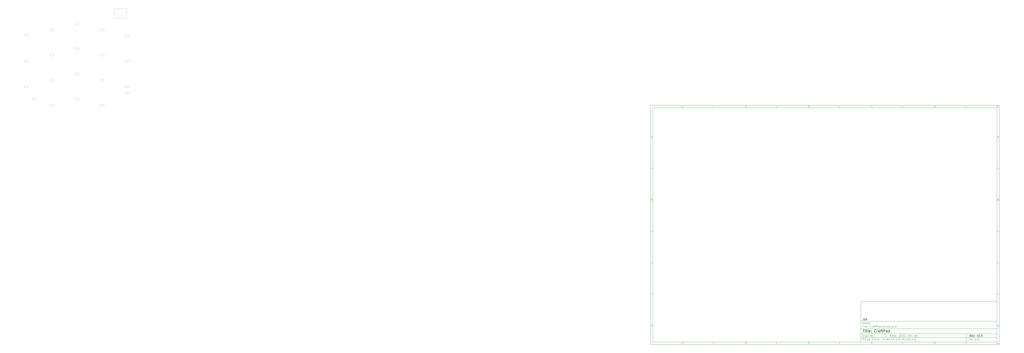
<source format=gbr>
%TF.GenerationSoftware,KiCad,Pcbnew,(5.1.9-0-10_14)*%
%TF.CreationDate,2021-04-06T08:54:49+08:00*%
%TF.ProjectId,CraftPad,43726166-7450-4616-942e-6b696361645f,v0.5*%
%TF.SameCoordinates,Original*%
%TF.FileFunction,Other,User*%
%FSLAX46Y46*%
G04 Gerber Fmt 4.6, Leading zero omitted, Abs format (unit mm)*
G04 Created by KiCad (PCBNEW (5.1.9-0-10_14)) date 2021-04-06 08:54:49*
%MOMM*%
%LPD*%
G01*
G04 APERTURE LIST*
%ADD10C,0.100000*%
%ADD11C,0.150000*%
%ADD12C,0.300000*%
%ADD13C,0.400000*%
%ADD14C,0.050000*%
G04 APERTURE END LIST*
D10*
D11*
X177002200Y-166007200D02*
X177002200Y-198007200D01*
X285002200Y-198007200D01*
X285002200Y-166007200D01*
X177002200Y-166007200D01*
D10*
D11*
X10000000Y-10000000D02*
X10000000Y-200007200D01*
X287002200Y-200007200D01*
X287002200Y-10000000D01*
X10000000Y-10000000D01*
D10*
D11*
X12000000Y-12000000D02*
X12000000Y-198007200D01*
X285002200Y-198007200D01*
X285002200Y-12000000D01*
X12000000Y-12000000D01*
D10*
D11*
X60000000Y-12000000D02*
X60000000Y-10000000D01*
D10*
D11*
X110000000Y-12000000D02*
X110000000Y-10000000D01*
D10*
D11*
X160000000Y-12000000D02*
X160000000Y-10000000D01*
D10*
D11*
X210000000Y-12000000D02*
X210000000Y-10000000D01*
D10*
D11*
X260000000Y-12000000D02*
X260000000Y-10000000D01*
D10*
D11*
X36065476Y-11588095D02*
X35322619Y-11588095D01*
X35694047Y-11588095D02*
X35694047Y-10288095D01*
X35570238Y-10473809D01*
X35446428Y-10597619D01*
X35322619Y-10659523D01*
D10*
D11*
X85322619Y-10411904D02*
X85384523Y-10350000D01*
X85508333Y-10288095D01*
X85817857Y-10288095D01*
X85941666Y-10350000D01*
X86003571Y-10411904D01*
X86065476Y-10535714D01*
X86065476Y-10659523D01*
X86003571Y-10845238D01*
X85260714Y-11588095D01*
X86065476Y-11588095D01*
D10*
D11*
X135260714Y-10288095D02*
X136065476Y-10288095D01*
X135632142Y-10783333D01*
X135817857Y-10783333D01*
X135941666Y-10845238D01*
X136003571Y-10907142D01*
X136065476Y-11030952D01*
X136065476Y-11340476D01*
X136003571Y-11464285D01*
X135941666Y-11526190D01*
X135817857Y-11588095D01*
X135446428Y-11588095D01*
X135322619Y-11526190D01*
X135260714Y-11464285D01*
D10*
D11*
X185941666Y-10721428D02*
X185941666Y-11588095D01*
X185632142Y-10226190D02*
X185322619Y-11154761D01*
X186127380Y-11154761D01*
D10*
D11*
X236003571Y-10288095D02*
X235384523Y-10288095D01*
X235322619Y-10907142D01*
X235384523Y-10845238D01*
X235508333Y-10783333D01*
X235817857Y-10783333D01*
X235941666Y-10845238D01*
X236003571Y-10907142D01*
X236065476Y-11030952D01*
X236065476Y-11340476D01*
X236003571Y-11464285D01*
X235941666Y-11526190D01*
X235817857Y-11588095D01*
X235508333Y-11588095D01*
X235384523Y-11526190D01*
X235322619Y-11464285D01*
D10*
D11*
X285941666Y-10288095D02*
X285694047Y-10288095D01*
X285570238Y-10350000D01*
X285508333Y-10411904D01*
X285384523Y-10597619D01*
X285322619Y-10845238D01*
X285322619Y-11340476D01*
X285384523Y-11464285D01*
X285446428Y-11526190D01*
X285570238Y-11588095D01*
X285817857Y-11588095D01*
X285941666Y-11526190D01*
X286003571Y-11464285D01*
X286065476Y-11340476D01*
X286065476Y-11030952D01*
X286003571Y-10907142D01*
X285941666Y-10845238D01*
X285817857Y-10783333D01*
X285570238Y-10783333D01*
X285446428Y-10845238D01*
X285384523Y-10907142D01*
X285322619Y-11030952D01*
D10*
D11*
X60000000Y-198007200D02*
X60000000Y-200007200D01*
D10*
D11*
X110000000Y-198007200D02*
X110000000Y-200007200D01*
D10*
D11*
X160000000Y-198007200D02*
X160000000Y-200007200D01*
D10*
D11*
X210000000Y-198007200D02*
X210000000Y-200007200D01*
D10*
D11*
X260000000Y-198007200D02*
X260000000Y-200007200D01*
D10*
D11*
X36065476Y-199595295D02*
X35322619Y-199595295D01*
X35694047Y-199595295D02*
X35694047Y-198295295D01*
X35570238Y-198481009D01*
X35446428Y-198604819D01*
X35322619Y-198666723D01*
D10*
D11*
X85322619Y-198419104D02*
X85384523Y-198357200D01*
X85508333Y-198295295D01*
X85817857Y-198295295D01*
X85941666Y-198357200D01*
X86003571Y-198419104D01*
X86065476Y-198542914D01*
X86065476Y-198666723D01*
X86003571Y-198852438D01*
X85260714Y-199595295D01*
X86065476Y-199595295D01*
D10*
D11*
X135260714Y-198295295D02*
X136065476Y-198295295D01*
X135632142Y-198790533D01*
X135817857Y-198790533D01*
X135941666Y-198852438D01*
X136003571Y-198914342D01*
X136065476Y-199038152D01*
X136065476Y-199347676D01*
X136003571Y-199471485D01*
X135941666Y-199533390D01*
X135817857Y-199595295D01*
X135446428Y-199595295D01*
X135322619Y-199533390D01*
X135260714Y-199471485D01*
D10*
D11*
X185941666Y-198728628D02*
X185941666Y-199595295D01*
X185632142Y-198233390D02*
X185322619Y-199161961D01*
X186127380Y-199161961D01*
D10*
D11*
X236003571Y-198295295D02*
X235384523Y-198295295D01*
X235322619Y-198914342D01*
X235384523Y-198852438D01*
X235508333Y-198790533D01*
X235817857Y-198790533D01*
X235941666Y-198852438D01*
X236003571Y-198914342D01*
X236065476Y-199038152D01*
X236065476Y-199347676D01*
X236003571Y-199471485D01*
X235941666Y-199533390D01*
X235817857Y-199595295D01*
X235508333Y-199595295D01*
X235384523Y-199533390D01*
X235322619Y-199471485D01*
D10*
D11*
X285941666Y-198295295D02*
X285694047Y-198295295D01*
X285570238Y-198357200D01*
X285508333Y-198419104D01*
X285384523Y-198604819D01*
X285322619Y-198852438D01*
X285322619Y-199347676D01*
X285384523Y-199471485D01*
X285446428Y-199533390D01*
X285570238Y-199595295D01*
X285817857Y-199595295D01*
X285941666Y-199533390D01*
X286003571Y-199471485D01*
X286065476Y-199347676D01*
X286065476Y-199038152D01*
X286003571Y-198914342D01*
X285941666Y-198852438D01*
X285817857Y-198790533D01*
X285570238Y-198790533D01*
X285446428Y-198852438D01*
X285384523Y-198914342D01*
X285322619Y-199038152D01*
D10*
D11*
X10000000Y-60000000D02*
X12000000Y-60000000D01*
D10*
D11*
X10000000Y-110000000D02*
X12000000Y-110000000D01*
D10*
D11*
X10000000Y-160000000D02*
X12000000Y-160000000D01*
D10*
D11*
X10690476Y-35216666D02*
X11309523Y-35216666D01*
X10566666Y-35588095D02*
X11000000Y-34288095D01*
X11433333Y-35588095D01*
D10*
D11*
X11092857Y-84907142D02*
X11278571Y-84969047D01*
X11340476Y-85030952D01*
X11402380Y-85154761D01*
X11402380Y-85340476D01*
X11340476Y-85464285D01*
X11278571Y-85526190D01*
X11154761Y-85588095D01*
X10659523Y-85588095D01*
X10659523Y-84288095D01*
X11092857Y-84288095D01*
X11216666Y-84350000D01*
X11278571Y-84411904D01*
X11340476Y-84535714D01*
X11340476Y-84659523D01*
X11278571Y-84783333D01*
X11216666Y-84845238D01*
X11092857Y-84907142D01*
X10659523Y-84907142D01*
D10*
D11*
X11402380Y-135464285D02*
X11340476Y-135526190D01*
X11154761Y-135588095D01*
X11030952Y-135588095D01*
X10845238Y-135526190D01*
X10721428Y-135402380D01*
X10659523Y-135278571D01*
X10597619Y-135030952D01*
X10597619Y-134845238D01*
X10659523Y-134597619D01*
X10721428Y-134473809D01*
X10845238Y-134350000D01*
X11030952Y-134288095D01*
X11154761Y-134288095D01*
X11340476Y-134350000D01*
X11402380Y-134411904D01*
D10*
D11*
X10659523Y-185588095D02*
X10659523Y-184288095D01*
X10969047Y-184288095D01*
X11154761Y-184350000D01*
X11278571Y-184473809D01*
X11340476Y-184597619D01*
X11402380Y-184845238D01*
X11402380Y-185030952D01*
X11340476Y-185278571D01*
X11278571Y-185402380D01*
X11154761Y-185526190D01*
X10969047Y-185588095D01*
X10659523Y-185588095D01*
D10*
D11*
X287002200Y-60000000D02*
X285002200Y-60000000D01*
D10*
D11*
X287002200Y-110000000D02*
X285002200Y-110000000D01*
D10*
D11*
X287002200Y-160000000D02*
X285002200Y-160000000D01*
D10*
D11*
X285692676Y-35216666D02*
X286311723Y-35216666D01*
X285568866Y-35588095D02*
X286002200Y-34288095D01*
X286435533Y-35588095D01*
D10*
D11*
X286095057Y-84907142D02*
X286280771Y-84969047D01*
X286342676Y-85030952D01*
X286404580Y-85154761D01*
X286404580Y-85340476D01*
X286342676Y-85464285D01*
X286280771Y-85526190D01*
X286156961Y-85588095D01*
X285661723Y-85588095D01*
X285661723Y-84288095D01*
X286095057Y-84288095D01*
X286218866Y-84350000D01*
X286280771Y-84411904D01*
X286342676Y-84535714D01*
X286342676Y-84659523D01*
X286280771Y-84783333D01*
X286218866Y-84845238D01*
X286095057Y-84907142D01*
X285661723Y-84907142D01*
D10*
D11*
X286404580Y-135464285D02*
X286342676Y-135526190D01*
X286156961Y-135588095D01*
X286033152Y-135588095D01*
X285847438Y-135526190D01*
X285723628Y-135402380D01*
X285661723Y-135278571D01*
X285599819Y-135030952D01*
X285599819Y-134845238D01*
X285661723Y-134597619D01*
X285723628Y-134473809D01*
X285847438Y-134350000D01*
X286033152Y-134288095D01*
X286156961Y-134288095D01*
X286342676Y-134350000D01*
X286404580Y-134411904D01*
D10*
D11*
X285661723Y-185588095D02*
X285661723Y-184288095D01*
X285971247Y-184288095D01*
X286156961Y-184350000D01*
X286280771Y-184473809D01*
X286342676Y-184597619D01*
X286404580Y-184845238D01*
X286404580Y-185030952D01*
X286342676Y-185278571D01*
X286280771Y-185402380D01*
X286156961Y-185526190D01*
X285971247Y-185588095D01*
X285661723Y-185588095D01*
D10*
D11*
X200434342Y-193785771D02*
X200434342Y-192285771D01*
X200791485Y-192285771D01*
X201005771Y-192357200D01*
X201148628Y-192500057D01*
X201220057Y-192642914D01*
X201291485Y-192928628D01*
X201291485Y-193142914D01*
X201220057Y-193428628D01*
X201148628Y-193571485D01*
X201005771Y-193714342D01*
X200791485Y-193785771D01*
X200434342Y-193785771D01*
X202577200Y-193785771D02*
X202577200Y-193000057D01*
X202505771Y-192857200D01*
X202362914Y-192785771D01*
X202077200Y-192785771D01*
X201934342Y-192857200D01*
X202577200Y-193714342D02*
X202434342Y-193785771D01*
X202077200Y-193785771D01*
X201934342Y-193714342D01*
X201862914Y-193571485D01*
X201862914Y-193428628D01*
X201934342Y-193285771D01*
X202077200Y-193214342D01*
X202434342Y-193214342D01*
X202577200Y-193142914D01*
X203077200Y-192785771D02*
X203648628Y-192785771D01*
X203291485Y-192285771D02*
X203291485Y-193571485D01*
X203362914Y-193714342D01*
X203505771Y-193785771D01*
X203648628Y-193785771D01*
X204720057Y-193714342D02*
X204577200Y-193785771D01*
X204291485Y-193785771D01*
X204148628Y-193714342D01*
X204077200Y-193571485D01*
X204077200Y-193000057D01*
X204148628Y-192857200D01*
X204291485Y-192785771D01*
X204577200Y-192785771D01*
X204720057Y-192857200D01*
X204791485Y-193000057D01*
X204791485Y-193142914D01*
X204077200Y-193285771D01*
X205434342Y-193642914D02*
X205505771Y-193714342D01*
X205434342Y-193785771D01*
X205362914Y-193714342D01*
X205434342Y-193642914D01*
X205434342Y-193785771D01*
X205434342Y-192857200D02*
X205505771Y-192928628D01*
X205434342Y-193000057D01*
X205362914Y-192928628D01*
X205434342Y-192857200D01*
X205434342Y-193000057D01*
X207220057Y-192428628D02*
X207291485Y-192357200D01*
X207434342Y-192285771D01*
X207791485Y-192285771D01*
X207934342Y-192357200D01*
X208005771Y-192428628D01*
X208077200Y-192571485D01*
X208077200Y-192714342D01*
X208005771Y-192928628D01*
X207148628Y-193785771D01*
X208077200Y-193785771D01*
X209005771Y-192285771D02*
X209148628Y-192285771D01*
X209291485Y-192357200D01*
X209362914Y-192428628D01*
X209434342Y-192571485D01*
X209505771Y-192857200D01*
X209505771Y-193214342D01*
X209434342Y-193500057D01*
X209362914Y-193642914D01*
X209291485Y-193714342D01*
X209148628Y-193785771D01*
X209005771Y-193785771D01*
X208862914Y-193714342D01*
X208791485Y-193642914D01*
X208720057Y-193500057D01*
X208648628Y-193214342D01*
X208648628Y-192857200D01*
X208720057Y-192571485D01*
X208791485Y-192428628D01*
X208862914Y-192357200D01*
X209005771Y-192285771D01*
X210077200Y-192428628D02*
X210148628Y-192357200D01*
X210291485Y-192285771D01*
X210648628Y-192285771D01*
X210791485Y-192357200D01*
X210862914Y-192428628D01*
X210934342Y-192571485D01*
X210934342Y-192714342D01*
X210862914Y-192928628D01*
X210005771Y-193785771D01*
X210934342Y-193785771D01*
X212362914Y-193785771D02*
X211505771Y-193785771D01*
X211934342Y-193785771D02*
X211934342Y-192285771D01*
X211791485Y-192500057D01*
X211648628Y-192642914D01*
X211505771Y-192714342D01*
X213005771Y-193214342D02*
X214148628Y-193214342D01*
X215148628Y-192285771D02*
X215291485Y-192285771D01*
X215434342Y-192357200D01*
X215505771Y-192428628D01*
X215577200Y-192571485D01*
X215648628Y-192857200D01*
X215648628Y-193214342D01*
X215577200Y-193500057D01*
X215505771Y-193642914D01*
X215434342Y-193714342D01*
X215291485Y-193785771D01*
X215148628Y-193785771D01*
X215005771Y-193714342D01*
X214934342Y-193642914D01*
X214862914Y-193500057D01*
X214791485Y-193214342D01*
X214791485Y-192857200D01*
X214862914Y-192571485D01*
X214934342Y-192428628D01*
X215005771Y-192357200D01*
X215148628Y-192285771D01*
X216934342Y-192785771D02*
X216934342Y-193785771D01*
X216577200Y-192214342D02*
X216220057Y-193285771D01*
X217148628Y-193285771D01*
X217720057Y-193214342D02*
X218862914Y-193214342D01*
X219862914Y-192285771D02*
X220005771Y-192285771D01*
X220148628Y-192357200D01*
X220220057Y-192428628D01*
X220291485Y-192571485D01*
X220362914Y-192857200D01*
X220362914Y-193214342D01*
X220291485Y-193500057D01*
X220220057Y-193642914D01*
X220148628Y-193714342D01*
X220005771Y-193785771D01*
X219862914Y-193785771D01*
X219720057Y-193714342D01*
X219648628Y-193642914D01*
X219577200Y-193500057D01*
X219505771Y-193214342D01*
X219505771Y-192857200D01*
X219577200Y-192571485D01*
X219648628Y-192428628D01*
X219720057Y-192357200D01*
X219862914Y-192285771D01*
X221648628Y-192285771D02*
X221362914Y-192285771D01*
X221220057Y-192357200D01*
X221148628Y-192428628D01*
X221005771Y-192642914D01*
X220934342Y-192928628D01*
X220934342Y-193500057D01*
X221005771Y-193642914D01*
X221077200Y-193714342D01*
X221220057Y-193785771D01*
X221505771Y-193785771D01*
X221648628Y-193714342D01*
X221720057Y-193642914D01*
X221791485Y-193500057D01*
X221791485Y-193142914D01*
X221720057Y-193000057D01*
X221648628Y-192928628D01*
X221505771Y-192857200D01*
X221220057Y-192857200D01*
X221077200Y-192928628D01*
X221005771Y-193000057D01*
X220934342Y-193142914D01*
D10*
D11*
X177002200Y-194507200D02*
X285002200Y-194507200D01*
D10*
D11*
X178434342Y-196585771D02*
X178434342Y-195085771D01*
X179291485Y-196585771D02*
X178648628Y-195728628D01*
X179291485Y-195085771D02*
X178434342Y-195942914D01*
X179934342Y-196585771D02*
X179934342Y-195585771D01*
X179934342Y-195085771D02*
X179862914Y-195157200D01*
X179934342Y-195228628D01*
X180005771Y-195157200D01*
X179934342Y-195085771D01*
X179934342Y-195228628D01*
X181505771Y-196442914D02*
X181434342Y-196514342D01*
X181220057Y-196585771D01*
X181077200Y-196585771D01*
X180862914Y-196514342D01*
X180720057Y-196371485D01*
X180648628Y-196228628D01*
X180577200Y-195942914D01*
X180577200Y-195728628D01*
X180648628Y-195442914D01*
X180720057Y-195300057D01*
X180862914Y-195157200D01*
X181077200Y-195085771D01*
X181220057Y-195085771D01*
X181434342Y-195157200D01*
X181505771Y-195228628D01*
X182791485Y-196585771D02*
X182791485Y-195800057D01*
X182720057Y-195657200D01*
X182577200Y-195585771D01*
X182291485Y-195585771D01*
X182148628Y-195657200D01*
X182791485Y-196514342D02*
X182648628Y-196585771D01*
X182291485Y-196585771D01*
X182148628Y-196514342D01*
X182077200Y-196371485D01*
X182077200Y-196228628D01*
X182148628Y-196085771D01*
X182291485Y-196014342D01*
X182648628Y-196014342D01*
X182791485Y-195942914D01*
X184148628Y-196585771D02*
X184148628Y-195085771D01*
X184148628Y-196514342D02*
X184005771Y-196585771D01*
X183720057Y-196585771D01*
X183577200Y-196514342D01*
X183505771Y-196442914D01*
X183434342Y-196300057D01*
X183434342Y-195871485D01*
X183505771Y-195728628D01*
X183577200Y-195657200D01*
X183720057Y-195585771D01*
X184005771Y-195585771D01*
X184148628Y-195657200D01*
X186005771Y-195800057D02*
X186505771Y-195800057D01*
X186720057Y-196585771D02*
X186005771Y-196585771D01*
X186005771Y-195085771D01*
X186720057Y-195085771D01*
X187362914Y-196442914D02*
X187434342Y-196514342D01*
X187362914Y-196585771D01*
X187291485Y-196514342D01*
X187362914Y-196442914D01*
X187362914Y-196585771D01*
X188077200Y-196585771D02*
X188077200Y-195085771D01*
X188434342Y-195085771D01*
X188648628Y-195157200D01*
X188791485Y-195300057D01*
X188862914Y-195442914D01*
X188934342Y-195728628D01*
X188934342Y-195942914D01*
X188862914Y-196228628D01*
X188791485Y-196371485D01*
X188648628Y-196514342D01*
X188434342Y-196585771D01*
X188077200Y-196585771D01*
X189577200Y-196442914D02*
X189648628Y-196514342D01*
X189577200Y-196585771D01*
X189505771Y-196514342D01*
X189577200Y-196442914D01*
X189577200Y-196585771D01*
X190220057Y-196157200D02*
X190934342Y-196157200D01*
X190077200Y-196585771D02*
X190577200Y-195085771D01*
X191077200Y-196585771D01*
X191577200Y-196442914D02*
X191648628Y-196514342D01*
X191577200Y-196585771D01*
X191505771Y-196514342D01*
X191577200Y-196442914D01*
X191577200Y-196585771D01*
X194577200Y-196585771D02*
X194577200Y-195085771D01*
X194720057Y-196014342D02*
X195148628Y-196585771D01*
X195148628Y-195585771D02*
X194577200Y-196157200D01*
X195791485Y-196585771D02*
X195791485Y-195585771D01*
X195791485Y-195085771D02*
X195720057Y-195157200D01*
X195791485Y-195228628D01*
X195862914Y-195157200D01*
X195791485Y-195085771D01*
X195791485Y-195228628D01*
X197148628Y-196514342D02*
X197005771Y-196585771D01*
X196720057Y-196585771D01*
X196577200Y-196514342D01*
X196505771Y-196442914D01*
X196434342Y-196300057D01*
X196434342Y-195871485D01*
X196505771Y-195728628D01*
X196577200Y-195657200D01*
X196720057Y-195585771D01*
X197005771Y-195585771D01*
X197148628Y-195657200D01*
X198434342Y-196585771D02*
X198434342Y-195800057D01*
X198362914Y-195657200D01*
X198220057Y-195585771D01*
X197934342Y-195585771D01*
X197791485Y-195657200D01*
X198434342Y-196514342D02*
X198291485Y-196585771D01*
X197934342Y-196585771D01*
X197791485Y-196514342D01*
X197720057Y-196371485D01*
X197720057Y-196228628D01*
X197791485Y-196085771D01*
X197934342Y-196014342D01*
X198291485Y-196014342D01*
X198434342Y-195942914D01*
X199791485Y-196585771D02*
X199791485Y-195085771D01*
X199791485Y-196514342D02*
X199648628Y-196585771D01*
X199362914Y-196585771D01*
X199220057Y-196514342D01*
X199148628Y-196442914D01*
X199077200Y-196300057D01*
X199077200Y-195871485D01*
X199148628Y-195728628D01*
X199220057Y-195657200D01*
X199362914Y-195585771D01*
X199648628Y-195585771D01*
X199791485Y-195657200D01*
X202077200Y-197157200D02*
X202005771Y-197085771D01*
X201862914Y-196871485D01*
X201791485Y-196728628D01*
X201720057Y-196514342D01*
X201648628Y-196157200D01*
X201648628Y-195871485D01*
X201720057Y-195514342D01*
X201791485Y-195300057D01*
X201862914Y-195157200D01*
X202005771Y-194942914D01*
X202077200Y-194871485D01*
X203362914Y-195085771D02*
X202648628Y-195085771D01*
X202577200Y-195800057D01*
X202648628Y-195728628D01*
X202791485Y-195657200D01*
X203148628Y-195657200D01*
X203291485Y-195728628D01*
X203362914Y-195800057D01*
X203434342Y-195942914D01*
X203434342Y-196300057D01*
X203362914Y-196442914D01*
X203291485Y-196514342D01*
X203148628Y-196585771D01*
X202791485Y-196585771D01*
X202648628Y-196514342D01*
X202577200Y-196442914D01*
X204077200Y-196442914D02*
X204148628Y-196514342D01*
X204077200Y-196585771D01*
X204005771Y-196514342D01*
X204077200Y-196442914D01*
X204077200Y-196585771D01*
X205577200Y-196585771D02*
X204720057Y-196585771D01*
X205148628Y-196585771D02*
X205148628Y-195085771D01*
X205005771Y-195300057D01*
X204862914Y-195442914D01*
X204720057Y-195514342D01*
X206220057Y-196442914D02*
X206291485Y-196514342D01*
X206220057Y-196585771D01*
X206148628Y-196514342D01*
X206220057Y-196442914D01*
X206220057Y-196585771D01*
X207005771Y-196585771D02*
X207291485Y-196585771D01*
X207434342Y-196514342D01*
X207505771Y-196442914D01*
X207648628Y-196228628D01*
X207720057Y-195942914D01*
X207720057Y-195371485D01*
X207648628Y-195228628D01*
X207577200Y-195157200D01*
X207434342Y-195085771D01*
X207148628Y-195085771D01*
X207005771Y-195157200D01*
X206934342Y-195228628D01*
X206862914Y-195371485D01*
X206862914Y-195728628D01*
X206934342Y-195871485D01*
X207005771Y-195942914D01*
X207148628Y-196014342D01*
X207434342Y-196014342D01*
X207577200Y-195942914D01*
X207648628Y-195871485D01*
X207720057Y-195728628D01*
X208362914Y-196014342D02*
X209505771Y-196014342D01*
X210505771Y-195085771D02*
X210648628Y-195085771D01*
X210791485Y-195157200D01*
X210862914Y-195228628D01*
X210934342Y-195371485D01*
X211005771Y-195657200D01*
X211005771Y-196014342D01*
X210934342Y-196300057D01*
X210862914Y-196442914D01*
X210791485Y-196514342D01*
X210648628Y-196585771D01*
X210505771Y-196585771D01*
X210362914Y-196514342D01*
X210291485Y-196442914D01*
X210220057Y-196300057D01*
X210148628Y-196014342D01*
X210148628Y-195657200D01*
X210220057Y-195371485D01*
X210291485Y-195228628D01*
X210362914Y-195157200D01*
X210505771Y-195085771D01*
X211648628Y-196014342D02*
X212791485Y-196014342D01*
X214291485Y-196585771D02*
X213434342Y-196585771D01*
X213862914Y-196585771D02*
X213862914Y-195085771D01*
X213720057Y-195300057D01*
X213577200Y-195442914D01*
X213434342Y-195514342D01*
X215220057Y-195085771D02*
X215362914Y-195085771D01*
X215505771Y-195157200D01*
X215577200Y-195228628D01*
X215648628Y-195371485D01*
X215720057Y-195657200D01*
X215720057Y-196014342D01*
X215648628Y-196300057D01*
X215577200Y-196442914D01*
X215505771Y-196514342D01*
X215362914Y-196585771D01*
X215220057Y-196585771D01*
X215077200Y-196514342D01*
X215005771Y-196442914D01*
X214934342Y-196300057D01*
X214862914Y-196014342D01*
X214862914Y-195657200D01*
X214934342Y-195371485D01*
X215005771Y-195228628D01*
X215077200Y-195157200D01*
X215220057Y-195085771D01*
X216005771Y-196728628D02*
X217148628Y-196728628D01*
X218291485Y-196585771D02*
X217434342Y-196585771D01*
X217862914Y-196585771D02*
X217862914Y-195085771D01*
X217720057Y-195300057D01*
X217577200Y-195442914D01*
X217434342Y-195514342D01*
X219577200Y-195585771D02*
X219577200Y-196585771D01*
X219220057Y-195014342D02*
X218862914Y-196085771D01*
X219791485Y-196085771D01*
X220220057Y-197157200D02*
X220291485Y-197085771D01*
X220434342Y-196871485D01*
X220505771Y-196728628D01*
X220577200Y-196514342D01*
X220648628Y-196157200D01*
X220648628Y-195871485D01*
X220577200Y-195514342D01*
X220505771Y-195300057D01*
X220434342Y-195157200D01*
X220291485Y-194942914D01*
X220220057Y-194871485D01*
D10*
D11*
X177002200Y-191507200D02*
X285002200Y-191507200D01*
D10*
D12*
X264411485Y-193785771D02*
X263911485Y-193071485D01*
X263554342Y-193785771D02*
X263554342Y-192285771D01*
X264125771Y-192285771D01*
X264268628Y-192357200D01*
X264340057Y-192428628D01*
X264411485Y-192571485D01*
X264411485Y-192785771D01*
X264340057Y-192928628D01*
X264268628Y-193000057D01*
X264125771Y-193071485D01*
X263554342Y-193071485D01*
X265625771Y-193714342D02*
X265482914Y-193785771D01*
X265197200Y-193785771D01*
X265054342Y-193714342D01*
X264982914Y-193571485D01*
X264982914Y-193000057D01*
X265054342Y-192857200D01*
X265197200Y-192785771D01*
X265482914Y-192785771D01*
X265625771Y-192857200D01*
X265697200Y-193000057D01*
X265697200Y-193142914D01*
X264982914Y-193285771D01*
X266197200Y-192785771D02*
X266554342Y-193785771D01*
X266911485Y-192785771D01*
X267482914Y-193642914D02*
X267554342Y-193714342D01*
X267482914Y-193785771D01*
X267411485Y-193714342D01*
X267482914Y-193642914D01*
X267482914Y-193785771D01*
X267482914Y-192857200D02*
X267554342Y-192928628D01*
X267482914Y-193000057D01*
X267411485Y-192928628D01*
X267482914Y-192857200D01*
X267482914Y-193000057D01*
X269197200Y-192785771D02*
X269554342Y-193785771D01*
X269911485Y-192785771D01*
X270768628Y-192285771D02*
X270911485Y-192285771D01*
X271054342Y-192357200D01*
X271125771Y-192428628D01*
X271197200Y-192571485D01*
X271268628Y-192857200D01*
X271268628Y-193214342D01*
X271197200Y-193500057D01*
X271125771Y-193642914D01*
X271054342Y-193714342D01*
X270911485Y-193785771D01*
X270768628Y-193785771D01*
X270625771Y-193714342D01*
X270554342Y-193642914D01*
X270482914Y-193500057D01*
X270411485Y-193214342D01*
X270411485Y-192857200D01*
X270482914Y-192571485D01*
X270554342Y-192428628D01*
X270625771Y-192357200D01*
X270768628Y-192285771D01*
X271911485Y-193642914D02*
X271982914Y-193714342D01*
X271911485Y-193785771D01*
X271840057Y-193714342D01*
X271911485Y-193642914D01*
X271911485Y-193785771D01*
X273340057Y-192285771D02*
X272625771Y-192285771D01*
X272554342Y-193000057D01*
X272625771Y-192928628D01*
X272768628Y-192857200D01*
X273125771Y-192857200D01*
X273268628Y-192928628D01*
X273340057Y-193000057D01*
X273411485Y-193142914D01*
X273411485Y-193500057D01*
X273340057Y-193642914D01*
X273268628Y-193714342D01*
X273125771Y-193785771D01*
X272768628Y-193785771D01*
X272625771Y-193714342D01*
X272554342Y-193642914D01*
D10*
D11*
X178362914Y-193714342D02*
X178577200Y-193785771D01*
X178934342Y-193785771D01*
X179077200Y-193714342D01*
X179148628Y-193642914D01*
X179220057Y-193500057D01*
X179220057Y-193357200D01*
X179148628Y-193214342D01*
X179077200Y-193142914D01*
X178934342Y-193071485D01*
X178648628Y-193000057D01*
X178505771Y-192928628D01*
X178434342Y-192857200D01*
X178362914Y-192714342D01*
X178362914Y-192571485D01*
X178434342Y-192428628D01*
X178505771Y-192357200D01*
X178648628Y-192285771D01*
X179005771Y-192285771D01*
X179220057Y-192357200D01*
X179862914Y-193785771D02*
X179862914Y-192785771D01*
X179862914Y-192285771D02*
X179791485Y-192357200D01*
X179862914Y-192428628D01*
X179934342Y-192357200D01*
X179862914Y-192285771D01*
X179862914Y-192428628D01*
X180434342Y-192785771D02*
X181220057Y-192785771D01*
X180434342Y-193785771D01*
X181220057Y-193785771D01*
X182362914Y-193714342D02*
X182220057Y-193785771D01*
X181934342Y-193785771D01*
X181791485Y-193714342D01*
X181720057Y-193571485D01*
X181720057Y-193000057D01*
X181791485Y-192857200D01*
X181934342Y-192785771D01*
X182220057Y-192785771D01*
X182362914Y-192857200D01*
X182434342Y-193000057D01*
X182434342Y-193142914D01*
X181720057Y-193285771D01*
X183077200Y-193642914D02*
X183148628Y-193714342D01*
X183077200Y-193785771D01*
X183005771Y-193714342D01*
X183077200Y-193642914D01*
X183077200Y-193785771D01*
X183077200Y-192857200D02*
X183148628Y-192928628D01*
X183077200Y-193000057D01*
X183005771Y-192928628D01*
X183077200Y-192857200D01*
X183077200Y-193000057D01*
X184862914Y-193357200D02*
X185577200Y-193357200D01*
X184720057Y-193785771D02*
X185220057Y-192285771D01*
X185720057Y-193785771D01*
X186862914Y-192785771D02*
X186862914Y-193785771D01*
X186505771Y-192214342D02*
X186148628Y-193285771D01*
X187077200Y-193285771D01*
D10*
D11*
X263434342Y-196585771D02*
X263434342Y-195085771D01*
X264791485Y-196585771D02*
X264791485Y-195085771D01*
X264791485Y-196514342D02*
X264648628Y-196585771D01*
X264362914Y-196585771D01*
X264220057Y-196514342D01*
X264148628Y-196442914D01*
X264077200Y-196300057D01*
X264077200Y-195871485D01*
X264148628Y-195728628D01*
X264220057Y-195657200D01*
X264362914Y-195585771D01*
X264648628Y-195585771D01*
X264791485Y-195657200D01*
X265505771Y-196442914D02*
X265577200Y-196514342D01*
X265505771Y-196585771D01*
X265434342Y-196514342D01*
X265505771Y-196442914D01*
X265505771Y-196585771D01*
X265505771Y-195657200D02*
X265577200Y-195728628D01*
X265505771Y-195800057D01*
X265434342Y-195728628D01*
X265505771Y-195657200D01*
X265505771Y-195800057D01*
X268148628Y-196585771D02*
X267291485Y-196585771D01*
X267720057Y-196585771D02*
X267720057Y-195085771D01*
X267577200Y-195300057D01*
X267434342Y-195442914D01*
X267291485Y-195514342D01*
X269862914Y-195014342D02*
X268577200Y-196942914D01*
X271148628Y-196585771D02*
X270291485Y-196585771D01*
X270720057Y-196585771D02*
X270720057Y-195085771D01*
X270577200Y-195300057D01*
X270434342Y-195442914D01*
X270291485Y-195514342D01*
D10*
D11*
X177002200Y-187507200D02*
X285002200Y-187507200D01*
D10*
D13*
X178714580Y-188211961D02*
X179857438Y-188211961D01*
X179036009Y-190211961D02*
X179286009Y-188211961D01*
X180274104Y-190211961D02*
X180440771Y-188878628D01*
X180524104Y-188211961D02*
X180416961Y-188307200D01*
X180500295Y-188402438D01*
X180607438Y-188307200D01*
X180524104Y-188211961D01*
X180500295Y-188402438D01*
X181107438Y-188878628D02*
X181869342Y-188878628D01*
X181476485Y-188211961D02*
X181262200Y-189926247D01*
X181333628Y-190116723D01*
X181512200Y-190211961D01*
X181702676Y-190211961D01*
X182655057Y-190211961D02*
X182476485Y-190116723D01*
X182405057Y-189926247D01*
X182619342Y-188211961D01*
X184190771Y-190116723D02*
X183988390Y-190211961D01*
X183607438Y-190211961D01*
X183428866Y-190116723D01*
X183357438Y-189926247D01*
X183452676Y-189164342D01*
X183571723Y-188973866D01*
X183774104Y-188878628D01*
X184155057Y-188878628D01*
X184333628Y-188973866D01*
X184405057Y-189164342D01*
X184381247Y-189354819D01*
X183405057Y-189545295D01*
X185155057Y-190021485D02*
X185238390Y-190116723D01*
X185131247Y-190211961D01*
X185047914Y-190116723D01*
X185155057Y-190021485D01*
X185131247Y-190211961D01*
X185286009Y-188973866D02*
X185369342Y-189069104D01*
X185262200Y-189164342D01*
X185178866Y-189069104D01*
X185286009Y-188973866D01*
X185262200Y-189164342D01*
X188774104Y-190021485D02*
X188666961Y-190116723D01*
X188369342Y-190211961D01*
X188178866Y-190211961D01*
X187905057Y-190116723D01*
X187738390Y-189926247D01*
X187666961Y-189735771D01*
X187619342Y-189354819D01*
X187655057Y-189069104D01*
X187797914Y-188688152D01*
X187916961Y-188497676D01*
X188131247Y-188307200D01*
X188428866Y-188211961D01*
X188619342Y-188211961D01*
X188893152Y-188307200D01*
X188976485Y-188402438D01*
X189607438Y-190211961D02*
X189774104Y-188878628D01*
X189726485Y-189259580D02*
X189845533Y-189069104D01*
X189952676Y-188973866D01*
X190155057Y-188878628D01*
X190345533Y-188878628D01*
X191702676Y-190211961D02*
X191833628Y-189164342D01*
X191762200Y-188973866D01*
X191583628Y-188878628D01*
X191202676Y-188878628D01*
X191000295Y-188973866D01*
X191714580Y-190116723D02*
X191512200Y-190211961D01*
X191036009Y-190211961D01*
X190857438Y-190116723D01*
X190786009Y-189926247D01*
X190809819Y-189735771D01*
X190928866Y-189545295D01*
X191131247Y-189450057D01*
X191607438Y-189450057D01*
X191809819Y-189354819D01*
X192536009Y-188878628D02*
X193297914Y-188878628D01*
X192655057Y-190211961D02*
X192869342Y-188497676D01*
X192988390Y-188307200D01*
X193190771Y-188211961D01*
X193381247Y-188211961D01*
X193678866Y-188878628D02*
X194440771Y-188878628D01*
X194047914Y-188211961D02*
X193833628Y-189926247D01*
X193905057Y-190116723D01*
X194083628Y-190211961D01*
X194274104Y-190211961D01*
X194940771Y-190211961D02*
X195190771Y-188211961D01*
X195952676Y-188211961D01*
X196131247Y-188307200D01*
X196214580Y-188402438D01*
X196286009Y-188592914D01*
X196250295Y-188878628D01*
X196131247Y-189069104D01*
X196024104Y-189164342D01*
X195821723Y-189259580D01*
X195059819Y-189259580D01*
X197797914Y-190211961D02*
X197928866Y-189164342D01*
X197857438Y-188973866D01*
X197678866Y-188878628D01*
X197297914Y-188878628D01*
X197095533Y-188973866D01*
X197809819Y-190116723D02*
X197607438Y-190211961D01*
X197131247Y-190211961D01*
X196952676Y-190116723D01*
X196881247Y-189926247D01*
X196905057Y-189735771D01*
X197024104Y-189545295D01*
X197226485Y-189450057D01*
X197702676Y-189450057D01*
X197905057Y-189354819D01*
X199607438Y-190211961D02*
X199857438Y-188211961D01*
X199619342Y-190116723D02*
X199416961Y-190211961D01*
X199036009Y-190211961D01*
X198857438Y-190116723D01*
X198774104Y-190021485D01*
X198702676Y-189831009D01*
X198774104Y-189259580D01*
X198893152Y-189069104D01*
X199000295Y-188973866D01*
X199202676Y-188878628D01*
X199583628Y-188878628D01*
X199762200Y-188973866D01*
D10*
D11*
X178934342Y-185600057D02*
X178434342Y-185600057D01*
X178434342Y-186385771D02*
X178434342Y-184885771D01*
X179148628Y-184885771D01*
X179720057Y-186385771D02*
X179720057Y-185385771D01*
X179720057Y-184885771D02*
X179648628Y-184957200D01*
X179720057Y-185028628D01*
X179791485Y-184957200D01*
X179720057Y-184885771D01*
X179720057Y-185028628D01*
X180648628Y-186385771D02*
X180505771Y-186314342D01*
X180434342Y-186171485D01*
X180434342Y-184885771D01*
X181791485Y-186314342D02*
X181648628Y-186385771D01*
X181362914Y-186385771D01*
X181220057Y-186314342D01*
X181148628Y-186171485D01*
X181148628Y-185600057D01*
X181220057Y-185457200D01*
X181362914Y-185385771D01*
X181648628Y-185385771D01*
X181791485Y-185457200D01*
X181862914Y-185600057D01*
X181862914Y-185742914D01*
X181148628Y-185885771D01*
X182505771Y-186242914D02*
X182577200Y-186314342D01*
X182505771Y-186385771D01*
X182434342Y-186314342D01*
X182505771Y-186242914D01*
X182505771Y-186385771D01*
X182505771Y-185457200D02*
X182577200Y-185528628D01*
X182505771Y-185600057D01*
X182434342Y-185528628D01*
X182505771Y-185457200D01*
X182505771Y-185600057D01*
X185220057Y-186242914D02*
X185148628Y-186314342D01*
X184934342Y-186385771D01*
X184791485Y-186385771D01*
X184577200Y-186314342D01*
X184434342Y-186171485D01*
X184362914Y-186028628D01*
X184291485Y-185742914D01*
X184291485Y-185528628D01*
X184362914Y-185242914D01*
X184434342Y-185100057D01*
X184577200Y-184957200D01*
X184791485Y-184885771D01*
X184934342Y-184885771D01*
X185148628Y-184957200D01*
X185220057Y-185028628D01*
X185862914Y-186385771D02*
X185862914Y-185385771D01*
X185862914Y-185671485D02*
X185934342Y-185528628D01*
X186005771Y-185457200D01*
X186148628Y-185385771D01*
X186291485Y-185385771D01*
X187434342Y-186385771D02*
X187434342Y-185600057D01*
X187362914Y-185457200D01*
X187220057Y-185385771D01*
X186934342Y-185385771D01*
X186791485Y-185457200D01*
X187434342Y-186314342D02*
X187291485Y-186385771D01*
X186934342Y-186385771D01*
X186791485Y-186314342D01*
X186720057Y-186171485D01*
X186720057Y-186028628D01*
X186791485Y-185885771D01*
X186934342Y-185814342D01*
X187291485Y-185814342D01*
X187434342Y-185742914D01*
X187934342Y-185385771D02*
X188505771Y-185385771D01*
X188148628Y-186385771D02*
X188148628Y-185100057D01*
X188220057Y-184957200D01*
X188362914Y-184885771D01*
X188505771Y-184885771D01*
X188791485Y-185385771D02*
X189362914Y-185385771D01*
X189005771Y-184885771D02*
X189005771Y-186171485D01*
X189077200Y-186314342D01*
X189220057Y-186385771D01*
X189362914Y-186385771D01*
X189862914Y-186385771D02*
X189862914Y-184885771D01*
X190434342Y-184885771D01*
X190577200Y-184957200D01*
X190648628Y-185028628D01*
X190720057Y-185171485D01*
X190720057Y-185385771D01*
X190648628Y-185528628D01*
X190577200Y-185600057D01*
X190434342Y-185671485D01*
X189862914Y-185671485D01*
X192005771Y-186385771D02*
X192005771Y-185600057D01*
X191934342Y-185457200D01*
X191791485Y-185385771D01*
X191505771Y-185385771D01*
X191362914Y-185457200D01*
X192005771Y-186314342D02*
X191862914Y-186385771D01*
X191505771Y-186385771D01*
X191362914Y-186314342D01*
X191291485Y-186171485D01*
X191291485Y-186028628D01*
X191362914Y-185885771D01*
X191505771Y-185814342D01*
X191862914Y-185814342D01*
X192005771Y-185742914D01*
X193362914Y-186385771D02*
X193362914Y-184885771D01*
X193362914Y-186314342D02*
X193220057Y-186385771D01*
X192934342Y-186385771D01*
X192791485Y-186314342D01*
X192720057Y-186242914D01*
X192648628Y-186100057D01*
X192648628Y-185671485D01*
X192720057Y-185528628D01*
X192791485Y-185457200D01*
X192934342Y-185385771D01*
X193220057Y-185385771D01*
X193362914Y-185457200D01*
X194077200Y-186242914D02*
X194148628Y-186314342D01*
X194077200Y-186385771D01*
X194005771Y-186314342D01*
X194077200Y-186242914D01*
X194077200Y-186385771D01*
X194791485Y-186385771D02*
X194791485Y-184885771D01*
X194934342Y-185814342D02*
X195362914Y-186385771D01*
X195362914Y-185385771D02*
X194791485Y-185957200D01*
X196005771Y-186385771D02*
X196005771Y-185385771D01*
X196005771Y-184885771D02*
X195934342Y-184957200D01*
X196005771Y-185028628D01*
X196077200Y-184957200D01*
X196005771Y-184885771D01*
X196005771Y-185028628D01*
X197362914Y-186314342D02*
X197220057Y-186385771D01*
X196934342Y-186385771D01*
X196791485Y-186314342D01*
X196720057Y-186242914D01*
X196648628Y-186100057D01*
X196648628Y-185671485D01*
X196720057Y-185528628D01*
X196791485Y-185457200D01*
X196934342Y-185385771D01*
X197220057Y-185385771D01*
X197362914Y-185457200D01*
X198648628Y-186385771D02*
X198648628Y-185600057D01*
X198577200Y-185457200D01*
X198434342Y-185385771D01*
X198148628Y-185385771D01*
X198005771Y-185457200D01*
X198648628Y-186314342D02*
X198505771Y-186385771D01*
X198148628Y-186385771D01*
X198005771Y-186314342D01*
X197934342Y-186171485D01*
X197934342Y-186028628D01*
X198005771Y-185885771D01*
X198148628Y-185814342D01*
X198505771Y-185814342D01*
X198648628Y-185742914D01*
X200005771Y-186385771D02*
X200005771Y-184885771D01*
X200005771Y-186314342D02*
X199862914Y-186385771D01*
X199577200Y-186385771D01*
X199434342Y-186314342D01*
X199362914Y-186242914D01*
X199291485Y-186100057D01*
X199291485Y-185671485D01*
X199362914Y-185528628D01*
X199434342Y-185457200D01*
X199577200Y-185385771D01*
X199862914Y-185385771D01*
X200005771Y-185457200D01*
X200362914Y-186528628D02*
X201505771Y-186528628D01*
X201862914Y-185385771D02*
X201862914Y-186885771D01*
X201862914Y-185457200D02*
X202005771Y-185385771D01*
X202291485Y-185385771D01*
X202434342Y-185457200D01*
X202505771Y-185528628D01*
X202577200Y-185671485D01*
X202577200Y-186100057D01*
X202505771Y-186242914D01*
X202434342Y-186314342D01*
X202291485Y-186385771D01*
X202005771Y-186385771D01*
X201862914Y-186314342D01*
X203862914Y-186314342D02*
X203720057Y-186385771D01*
X203434342Y-186385771D01*
X203291485Y-186314342D01*
X203220057Y-186242914D01*
X203148628Y-186100057D01*
X203148628Y-185671485D01*
X203220057Y-185528628D01*
X203291485Y-185457200D01*
X203434342Y-185385771D01*
X203720057Y-185385771D01*
X203862914Y-185457200D01*
X204505771Y-186385771D02*
X204505771Y-184885771D01*
X204505771Y-185457200D02*
X204648628Y-185385771D01*
X204934342Y-185385771D01*
X205077200Y-185457200D01*
X205148628Y-185528628D01*
X205220057Y-185671485D01*
X205220057Y-186100057D01*
X205148628Y-186242914D01*
X205077200Y-186314342D01*
X204934342Y-186385771D01*
X204648628Y-186385771D01*
X204505771Y-186314342D01*
D10*
D11*
X177002200Y-181507200D02*
X285002200Y-181507200D01*
D10*
D11*
X178362914Y-183614342D02*
X178577200Y-183685771D01*
X178934342Y-183685771D01*
X179077200Y-183614342D01*
X179148628Y-183542914D01*
X179220057Y-183400057D01*
X179220057Y-183257200D01*
X179148628Y-183114342D01*
X179077200Y-183042914D01*
X178934342Y-182971485D01*
X178648628Y-182900057D01*
X178505771Y-182828628D01*
X178434342Y-182757200D01*
X178362914Y-182614342D01*
X178362914Y-182471485D01*
X178434342Y-182328628D01*
X178505771Y-182257200D01*
X178648628Y-182185771D01*
X179005771Y-182185771D01*
X179220057Y-182257200D01*
X179862914Y-183685771D02*
X179862914Y-182185771D01*
X180505771Y-183685771D02*
X180505771Y-182900057D01*
X180434342Y-182757200D01*
X180291485Y-182685771D01*
X180077200Y-182685771D01*
X179934342Y-182757200D01*
X179862914Y-182828628D01*
X181791485Y-183614342D02*
X181648628Y-183685771D01*
X181362914Y-183685771D01*
X181220057Y-183614342D01*
X181148628Y-183471485D01*
X181148628Y-182900057D01*
X181220057Y-182757200D01*
X181362914Y-182685771D01*
X181648628Y-182685771D01*
X181791485Y-182757200D01*
X181862914Y-182900057D01*
X181862914Y-183042914D01*
X181148628Y-183185771D01*
X183077200Y-183614342D02*
X182934342Y-183685771D01*
X182648628Y-183685771D01*
X182505771Y-183614342D01*
X182434342Y-183471485D01*
X182434342Y-182900057D01*
X182505771Y-182757200D01*
X182648628Y-182685771D01*
X182934342Y-182685771D01*
X183077200Y-182757200D01*
X183148628Y-182900057D01*
X183148628Y-183042914D01*
X182434342Y-183185771D01*
X183577200Y-182685771D02*
X184148628Y-182685771D01*
X183791485Y-182185771D02*
X183791485Y-183471485D01*
X183862914Y-183614342D01*
X184005771Y-183685771D01*
X184148628Y-183685771D01*
X184648628Y-183542914D02*
X184720057Y-183614342D01*
X184648628Y-183685771D01*
X184577200Y-183614342D01*
X184648628Y-183542914D01*
X184648628Y-183685771D01*
X184648628Y-182757200D02*
X184720057Y-182828628D01*
X184648628Y-182900057D01*
X184577200Y-182828628D01*
X184648628Y-182757200D01*
X184648628Y-182900057D01*
D10*
D12*
X178982914Y-179185771D02*
X178982914Y-180257200D01*
X178911485Y-180471485D01*
X178768628Y-180614342D01*
X178554342Y-180685771D01*
X178411485Y-180685771D01*
X179625771Y-180614342D02*
X179840057Y-180685771D01*
X180197200Y-180685771D01*
X180340057Y-180614342D01*
X180411485Y-180542914D01*
X180482914Y-180400057D01*
X180482914Y-180257200D01*
X180411485Y-180114342D01*
X180340057Y-180042914D01*
X180197200Y-179971485D01*
X179911485Y-179900057D01*
X179768628Y-179828628D01*
X179697200Y-179757200D01*
X179625771Y-179614342D01*
X179625771Y-179471485D01*
X179697200Y-179328628D01*
X179768628Y-179257200D01*
X179911485Y-179185771D01*
X180268628Y-179185771D01*
X180482914Y-179257200D01*
X181054342Y-180257200D02*
X181768628Y-180257200D01*
X180911485Y-180685771D02*
X181411485Y-179185771D01*
X181911485Y-180685771D01*
D10*
D11*
X197002200Y-191507200D02*
X197002200Y-194507200D01*
D10*
D11*
X261002200Y-191507200D02*
X261002200Y-198007200D01*
D14*
%TO.C,Reset1*%
X-415000000Y59750000D02*
X-415000000Y66750000D01*
X-414750000Y67000000D02*
X-405750000Y67000000D01*
X-405500000Y66750000D02*
X-405500000Y59750000D01*
X-405750000Y59500000D02*
X-414750000Y59500000D01*
X-405500000Y67000000D02*
X-405750000Y67000000D01*
X-405500000Y66750000D02*
X-405500000Y67000000D01*
X-405500000Y59500000D02*
X-405750000Y59500000D01*
X-405500000Y59750000D02*
X-405500000Y59500000D01*
X-415000000Y59500000D02*
X-415000000Y59750000D01*
X-414750000Y59500000D02*
X-415000000Y59500000D01*
X-415000000Y67000000D02*
X-415000000Y66750000D01*
X-414750000Y67000000D02*
X-415000000Y67000000D01*
%TO.C,D20*%
X-480650000Y-5730000D02*
X-480650000Y-4270000D01*
X-480650000Y-4270000D02*
X-477350000Y-4270000D01*
X-477350000Y-4270000D02*
X-477350000Y-5730000D01*
X-477350000Y-5730000D02*
X-480650000Y-5730000D01*
%TO.C,D19*%
X-466650000Y-10730000D02*
X-466650000Y-9270000D01*
X-466650000Y-9270000D02*
X-463350000Y-9270000D01*
X-463350000Y-9270000D02*
X-463350000Y-10730000D01*
X-463350000Y-10730000D02*
X-466650000Y-10730000D01*
%TO.C,D18*%
X-446650000Y-5730000D02*
X-446650000Y-4270000D01*
X-446650000Y-4270000D02*
X-443350000Y-4270000D01*
X-443350000Y-4270000D02*
X-443350000Y-5730000D01*
X-443350000Y-5730000D02*
X-446650000Y-5730000D01*
%TO.C,D17*%
X-426650000Y-10730000D02*
X-426650000Y-9270000D01*
X-426650000Y-9270000D02*
X-423350000Y-9270000D01*
X-423350000Y-9270000D02*
X-423350000Y-10730000D01*
X-423350000Y-10730000D02*
X-426650000Y-10730000D01*
%TO.C,D16*%
X-406650000Y-730000D02*
X-406650000Y730000D01*
X-406650000Y730000D02*
X-403350000Y730000D01*
X-403350000Y730000D02*
X-403350000Y-730000D01*
X-403350000Y-730000D02*
X-406650000Y-730000D01*
%TO.C,D15*%
X-486650000Y4270000D02*
X-486650000Y5730000D01*
X-486650000Y5730000D02*
X-483350000Y5730000D01*
X-483350000Y5730000D02*
X-483350000Y4270000D01*
X-483350000Y4270000D02*
X-486650000Y4270000D01*
%TO.C,D14*%
X-466650000Y9270000D02*
X-466650000Y10730000D01*
X-466650000Y10730000D02*
X-463350000Y10730000D01*
X-463350000Y10730000D02*
X-463350000Y9270000D01*
X-463350000Y9270000D02*
X-466650000Y9270000D01*
%TO.C,D13*%
X-446650000Y14270000D02*
X-446650000Y15730000D01*
X-446650000Y15730000D02*
X-443350000Y15730000D01*
X-443350000Y15730000D02*
X-443350000Y14270000D01*
X-443350000Y14270000D02*
X-446650000Y14270000D01*
%TO.C,D12*%
X-426650000Y9270000D02*
X-426650000Y10730000D01*
X-426650000Y10730000D02*
X-423350000Y10730000D01*
X-423350000Y10730000D02*
X-423350000Y9270000D01*
X-423350000Y9270000D02*
X-426650000Y9270000D01*
%TO.C,D11*%
X-406650000Y4270000D02*
X-406650000Y5730000D01*
X-406650000Y5730000D02*
X-403350000Y5730000D01*
X-403350000Y5730000D02*
X-403350000Y4270000D01*
X-403350000Y4270000D02*
X-406650000Y4270000D01*
%TO.C,D10*%
X-486587500Y24270000D02*
X-486587500Y25730000D01*
X-486587500Y25730000D02*
X-483287500Y25730000D01*
X-483287500Y25730000D02*
X-483287500Y24270000D01*
X-483287500Y24270000D02*
X-486587500Y24270000D01*
%TO.C,D9*%
X-466650000Y29270000D02*
X-466650000Y30730000D01*
X-466650000Y30730000D02*
X-463350000Y30730000D01*
X-463350000Y30730000D02*
X-463350000Y29270000D01*
X-463350000Y29270000D02*
X-466650000Y29270000D01*
%TO.C,D8*%
X-446650000Y34270000D02*
X-446650000Y35730000D01*
X-446650000Y35730000D02*
X-443350000Y35730000D01*
X-443350000Y35730000D02*
X-443350000Y34270000D01*
X-443350000Y34270000D02*
X-446650000Y34270000D01*
%TO.C,D7*%
X-426650000Y29270000D02*
X-426650000Y30730000D01*
X-426650000Y30730000D02*
X-423350000Y30730000D01*
X-423350000Y30730000D02*
X-423350000Y29270000D01*
X-423350000Y29270000D02*
X-426650000Y29270000D01*
%TO.C,D6*%
X-406587500Y24270000D02*
X-406587500Y25730000D01*
X-406587500Y25730000D02*
X-403287500Y25730000D01*
X-403287500Y25730000D02*
X-403287500Y24270000D01*
X-403287500Y24270000D02*
X-406587500Y24270000D01*
%TO.C,D5*%
X-486650000Y45270000D02*
X-486650000Y46730000D01*
X-486650000Y46730000D02*
X-483350000Y46730000D01*
X-483350000Y46730000D02*
X-483350000Y45270000D01*
X-483350000Y45270000D02*
X-486650000Y45270000D01*
%TO.C,D4*%
X-466587500Y49270000D02*
X-466587500Y50730000D01*
X-466587500Y50730000D02*
X-463287500Y50730000D01*
X-463287500Y50730000D02*
X-463287500Y49270000D01*
X-463287500Y49270000D02*
X-466587500Y49270000D01*
%TO.C,D3*%
X-446650000Y54270000D02*
X-446650000Y55730000D01*
X-446650000Y55730000D02*
X-443350000Y55730000D01*
X-443350000Y55730000D02*
X-443350000Y54270000D01*
X-443350000Y54270000D02*
X-446650000Y54270000D01*
%TO.C,D2*%
X-426650000Y49270000D02*
X-426650000Y50730000D01*
X-426650000Y50730000D02*
X-423350000Y50730000D01*
X-423350000Y50730000D02*
X-423350000Y49270000D01*
X-423350000Y49270000D02*
X-426650000Y49270000D01*
%TO.C,D1*%
X-406587500Y44270000D02*
X-406587500Y45730000D01*
X-406587500Y45730000D02*
X-403287500Y45730000D01*
X-403287500Y45730000D02*
X-403287500Y44270000D01*
X-403287500Y44270000D02*
X-406587500Y44270000D01*
%TD*%
M02*

</source>
